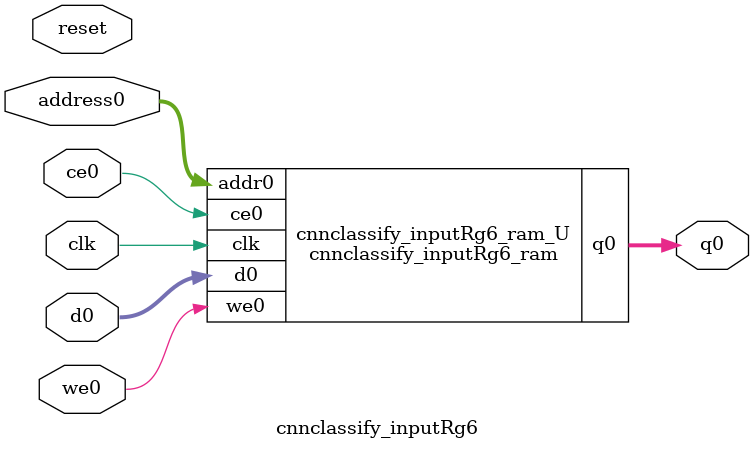
<source format=v>

`timescale 1 ns / 1 ps
module cnnclassify_inputRg6_ram (addr0, ce0, d0, we0, q0,  clk);

parameter DWIDTH = 24;
parameter AWIDTH = 10;
parameter MEM_SIZE = 784;

input[AWIDTH-1:0] addr0;
input ce0;
input[DWIDTH-1:0] d0;
input we0;
output reg[DWIDTH-1:0] q0;
input clk;

(* ram_style = "block" *)reg [DWIDTH-1:0] ram[0:MEM_SIZE-1];




always @(posedge clk)  
begin 
    if (ce0) 
    begin
        if (we0) 
        begin 
            ram[addr0] <= d0; 
            q0 <= d0;
        end 
        else 
            q0 <= ram[addr0];
    end
end


endmodule


`timescale 1 ns / 1 ps
module cnnclassify_inputRg6(
    reset,
    clk,
    address0,
    ce0,
    we0,
    d0,
    q0);

parameter DataWidth = 32'd24;
parameter AddressRange = 32'd784;
parameter AddressWidth = 32'd10;
input reset;
input clk;
input[AddressWidth - 1:0] address0;
input ce0;
input we0;
input[DataWidth - 1:0] d0;
output[DataWidth - 1:0] q0;



cnnclassify_inputRg6_ram cnnclassify_inputRg6_ram_U(
    .clk( clk ),
    .addr0( address0 ),
    .ce0( ce0 ),
    .we0( we0 ),
    .d0( d0 ),
    .q0( q0 ));

endmodule


</source>
